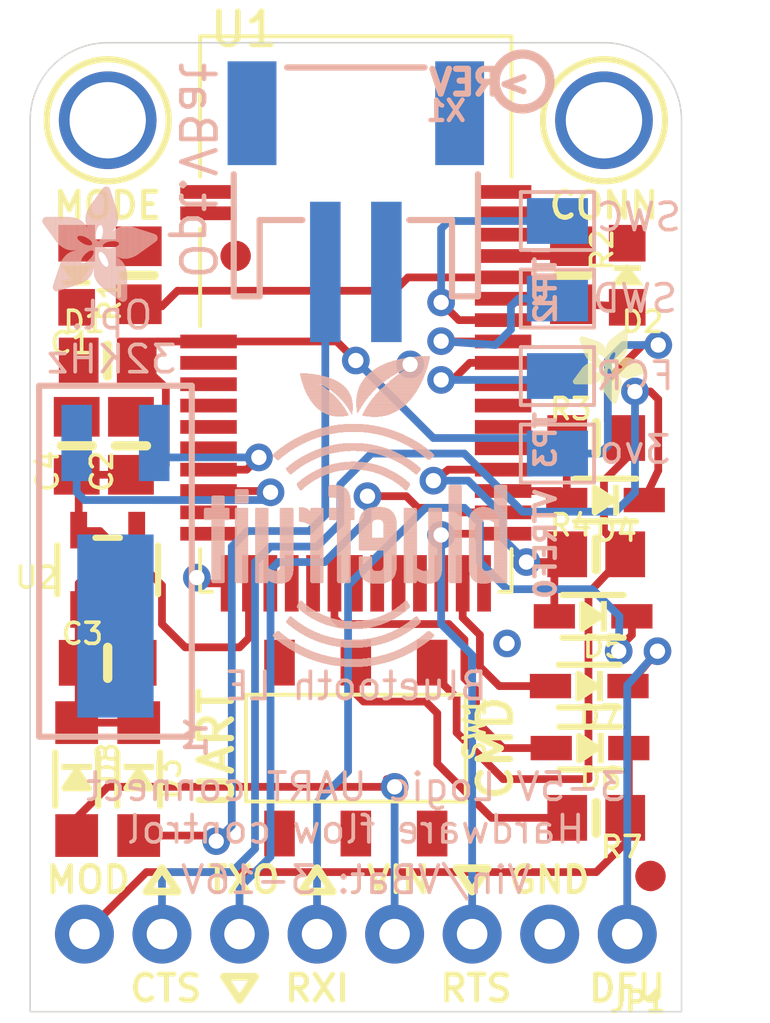
<source format=kicad_pcb>
(kicad_pcb (version 20211014) (generator pcbnew)
  (layers (0 "F.Cu" signal) (31 "B.Cu" signal) (34 "B.Paste" user) (35 "F.Paste" user) (36 "B.SilkS" user "B.Silkscreen") (37 "F.SilkS" user "F.Silkscreen") (38 "B.Mask" user) (39 "F.Mask" user) (44 "Edge.Cuts" user))
  (net 0 "")
  (net 1 "DCC")
  (net 2 "DEC2")
  (net 3 "SWCLK")
  (net 4 "SWDIO/RST_3V")
  (net 5 "GND")
  (net 6 "3.3V")
  (net 7 "VIN")
  (net 8 "CONNECTED_LED")
  (net 9 "N$5")
  (net 10 "N$6")
  (net 11 "DFU_3V")
  (net 12 "N$1")
  (net 13 "N$2")
  (net 14 "CTS_3V")
  (net 15 "RXD_3V")
  (net 16 "FCTRYRST_3V")
  (net 17 "RTS_O")
  (net 18 "TX_O")
  (net 19 "RXD_5V")
  (net 20 "CTS_5V")
  (net 21 "VBAT")
  (net 22 "MODE_LED")
  (net 23 "N$4")
  (net 24 "MODE_5V")
  (net 25 "DFU_5V")
  (net 26 "MODE_3V")
  (net 27 "N$3")
  (footprint "boardEagle:0805-NO" (layer "F.Cu") (at 156.3751 105.8926)
    (fp_text reference "R4" (at -1.5875 -0.9525) (layer "F.SilkS") (effects (font (size 0.692831 0.692831) (thickness 0.119969)) (justify left)))
    (fp_text value "100K")
    (pad "1" smd rect (at -0.95 0) (size 1.3 1.5) (layers "F.Cu" "F.Paste" "F.Mask") (net 15 "RXD_3V"))
    (pad "2" smd rect (at 0.95 0) (size 1.3 1.5) (layers "F.Cu" "F.Paste" "F.Mask") (net 6 "3.3V"))
  )
  (footprint "boardEagle:SOD-323" (layer "F.Cu") (at 156.1465 110.2106 180)
    (fp_text reference "D7" (at -1.1 -1) (layer "F.SilkS") (effects (font (size 0.692831 0.692831) (thickness 0.119969)) (justify right)))
    (fp_text value "1n4148")
    (pad "A" smd rect (at 1.27 0 180) (size 1.35 0.8) (layers "F.Cu" "F.Paste" "F.Mask") (net 11 "DFU_3V"))
    (pad "C" smd rect (at -1.27 0 180) (size 1.35 0.8) (layers "F.Cu" "F.Paste" "F.Mask") (net 25 "DFU_5V"))
  )
  (footprint "boardEagle:BLE_MODULE_RAYTAC_MDBT40" (layer "F.Cu") (at 148.5011 98.0186)
    (fp_text reference "U1" (at -4.866 -9.328) (layer "F.SilkS") (effects (font (size 1.082548 1.082548) (thickness 0.187452)) (justify left)))
    (fp_text value "")
    (pad "" np_thru_hole circle (at 2.2 -4.45) (size 0.9 0.9) (drill 0.9) (layers *.Cu *.Mask))
    (pad "1" smd rect (at -4.825 -4) (size 1.85 0.45) (layers "F.Cu" "F.Paste" "F.Mask") (net 5 "GND"))
    (pad "2" smd rect (at -4.825 -3.3) (size 1.85 0.45) (layers "F.Cu" "F.Paste" "F.Mask") (net 5 "GND"))
    (pad "3" smd rect (at -4.825 0.9) (size 1.85 0.45) (layers "F.Cu" "F.Paste" "F.Mask") (net 6 "3.3V"))
    (pad "4" smd rect (at -4.825 1.6) (size 1.85 0.45) (layers "F.Cu" "F.Paste" "F.Mask"))
    (pad "5" smd rect (at -4.825 2.3) (size 1.85 0.45) (layers "F.Cu" "F.Paste" "F.Mask"))
    (pad "6" smd rect (at -4.825 3) (size 1.85 0.45) (layers "F.Cu" "F.Paste" "F.Mask"))
    (pad "7" smd rect (at -4.825 3.7) (size 1.85 0.45) (layers "F.Cu" "F.Paste" "F.Mask"))
    (pad "8" smd rect (at -4.825 4.4) (size 1.85 0.45) (layers "F.Cu" "F.Paste" "F.Mask"))
    (pad "9" smd rect (at -4.825 5.1) (size 1.85 0.45) (layers "F.Cu" "F.Paste" "F.Mask") (net 12 "N$1"))
    (pad "10" smd rect (at -4.825 5.8) (size 1.85 0.45) (layers "F.Cu" "F.Paste" "F.Mask") (net 13 "N$2"))
    (pad "11" smd rect (at -4.825 6.5) (size 1.85 0.45) (layers "F.Cu" "F.Paste" "F.Mask"))
    (pad "12" smd rect (at -4.825 7.2) (size 1.85 0.45) (layers "F.Cu" "F.Paste" "F.Mask"))
    (pad "13" smd rect (at -4.2 8.825 90) (size 1.85 0.45) (layers "F.Cu" "F.Paste" "F.Mask") (net 5 "GND"))
    (pad "14" smd rect (at -3.5 8.825 90) (size 1.85 0.45) (layers "F.Cu" "F.Paste" "F.Mask") (net 6 "3.3V"))
    (pad "15" smd rect (at -2.8 8.825 90) (size 1.85 0.45) (layers "F.Cu" "F.Paste" "F.Mask") (net 1 "DCC"))
    (pad "16" smd rect (at -2.1 8.825 90) (size 1.85 0.45) (layers "F.Cu" "F.Paste" "F.Mask") (net 5 "GND"))
    (pad "17" smd rect (at -1.4 8.825 90) (size 1.85 0.45) (layers "F.Cu" "F.Paste" "F.Mask"))
    (pad "18" smd rect (at -0.7 8.825 90) (size 1.85 0.45) (layers "F.Cu" "F.Paste" "F.Mask") (net 26 "MODE_3V"))
    (pad "19" smd rect (at 0 8.825 90) (size 1.85 0.45) (layers "F.Cu" "F.Paste" "F.Mask"))
    (pad "20" smd rect (at 0.7 8.825 90) (size 1.85 0.45) (layers "F.Cu" "F.Paste" "F.Mask"))
    (pad "21" smd rect (at 1.4 8.825 90) (size 1.85 0.45) (layers "F.Cu" "F.Paste" "F.Mask"))
    (pad "22" smd rect (at 2.1 8.825 90) (size 1.85 0.45) (layers "F.Cu" "F.Paste" "F.Mask"))
    (pad "23" smd rect (at 2.8 8.825 90) (size 1.85 0.45) (layers "F.Cu" "F.Paste" "F.Mask"))
    (pad "24" smd rect (at 3.5 8.825 90) (size 1.85 0.45) (layers "F.Cu" "F.Paste" "F.Mask") (net 11 "DFU_3V"))
    (pad "25" smd rect (at 4.2 8.825 90) (size 1.85 0.45) (layers "F.Cu" "F.Paste" "F.Mask") (net 5 "GND"))
    (pad "26" smd rect (at 4.825 7.2) (size 1.85 0.45) (layers "F.Cu" "F.Paste" "F.Mask") (net 17 "RTS_O"))
    (pad "27" smd rect (at 4.825 6.5) (size 1.85 0.45) (layers "F.Cu" "F.Paste" "F.Mask") (net 18 "TX_O"))
    (pad "28" smd rect (at 4.825 5.8) (size 1.85 0.45) (layers "F.Cu" "F.Paste" "F.Mask") (net 14 "CTS_3V"))
    (pad "29" smd rect (at 4.825 5.1) (size 1.85 0.45) (layers "F.Cu" "F.Paste" "F.Mask") (net 15 "RXD_3V"))
    (pad "30" smd rect (at 4.825 4.4) (size 1.85 0.45) (layers "F.Cu" "F.Paste" "F.Mask"))
    (pad "31" smd rect (at 4.825 3.7) (size 1.85 0.45) (layers "F.Cu" "F.Paste" "F.Mask"))
    (pad "32" smd rect (at 4.825 3) (size 1.85 0.45) (layers "F.Cu" "F.Paste" "F.Mask"))
    (pad "33" smd rect (at 4.825 2.3) (size 1.85 0.45) (layers "F.Cu" "F.Paste" "F.Mask"))
    (pad "34" smd rect (at 4.825 1.6) (size 1.85 0.45) (layers "F.Cu" "F.Paste" "F.Mask") (net 16 "FCTRYRST_3V"))
    (pad "35" smd rect (at 4.825 0.9) (size 1.85 0.45) (layers "F.Cu" "F.Paste" "F.Mask") (net 4 "SWDIO/RST_3V"))
    (pad "36" smd rect (at 4.825 0.2) (size 1.85 0.45) (layers "F.Cu" "F.Paste" "F.Mask") (net 3 "SWCLK"))
    (pad "37" smd rect (at 4.825 -0.5) (size 1.85 0.45) (layers "F.Cu" "F.Paste" "F.Mask"))
    (pad "38" smd rect (at 4.825 -1.2) (size 1.85 0.45) (layers "F.Cu" "F.Paste" "F.Mask") (net 22 "MODE_LED"))
    (pad "39" smd rect (at 4.825 -1.9) (size 1.85 0.45) (layers "F.Cu" "F.Paste" "F.Mask") (net 8 "CONNECTED_LED"))
    (pad "40" smd rect (at 4.825 -2.6) (size 1.85 0.45) (layers "F.Cu" "F.Paste" "F.Mask"))
    (pad "41" smd rect (at 4.825 -3.3) (size 1.85 0.45) (layers "F.Cu" "F.Paste" "F.Mask") (net 2 "DEC2"))
    (pad "42" smd rect (at 4.825 -4) (size 1.85 0.45) (layers "F.Cu" "F.Paste" "F.Mask") (net 5 "GND"))
  )
  (footprint "boardEagle:SOT23-5" (layer "F.Cu") (at 140.3731 106.4006)
    (fp_text reference "U2" (at -3.102 0.254) (layer "F.SilkS") (effects (font (size 0.692831 0.692831) (thickness 0.119969)) (justify left)))
    (fp_text value "MIC5225-3.3")
    (pad "1" smd rect (at -0.95 1.3001) (size 0.55 1.2) (layers "F.Cu" "F.Paste" "F.Mask") (net 27 "N$3"))
    (pad "2" smd rect (at 0 1.3001) (size 0.55 1.2) (layers "F.Cu" "F.Paste" "F.Mask") (net 5 "GND"))
    (pad "3" smd rect (at 0.95 1.3001) (size 0.55 1.2) (layers "F.Cu" "F.Paste" "F.Mask") (net 27 "N$3"))
    (pad "4" smd rect (at 0.95 -1.3001) (size 0.55 1.2) (layers "F.Cu" "F.Paste" "F.Mask"))
    (pad "5" smd rect (at -0.95 -1.3001) (size 0.55 1.2) (layers "F.Cu" "F.Paste" "F.Mask") (net 6 "3.3V"))
  )
  (footprint "boardEagle:SOD-123" (layer "F.Cu") (at 139.3571 113.2586 -90)
    (fp_text reference "D8" (at -1.27 -1.016 90) (layer "F.SilkS") (effects (font (size 0.692831 0.692831) (thickness 0.119969)) (justify right)))
    (fp_text value "MBR120")
    (pad "A" smd rect (at 1.85 0) (size 1.4 1.4) (layers "F.Cu" "F.Paste" "F.Mask") (net 7 "VIN"))
    (pad "C" smd rect (at -1.85 0) (size 1.4 1.4) (layers "F.Cu" "F.Paste" "F.Mask") (net 27 "N$3"))
  )
  (footprint "boardEagle:SOD-123" (layer "F.Cu") (at 141.3891 113.2586 -90)
    (fp_text reference "D3" (at -0.762 -1.016 90) (layer "F.SilkS") (effects (font (size 0.692831 0.692831) (thickness 0.119969)) (justify right)))
    (fp_text value "MBR120")
    (pad "A" smd rect (at 1.85 0) (size 1.4 1.4) (layers "F.Cu" "F.Paste" "F.Mask") (net 21 "VBAT"))
    (pad "C" smd rect (at -1.85 0) (size 1.4 1.4) (layers "F.Cu" "F.Paste" "F.Mask") (net 27 "N$3"))
  )
  (footprint "boardEagle:CHIPLED_0805_NOOUTLINE" (layer "F.Cu") (at 139.3571 96.7486 180)
    (fp_text reference "D1" (at 0.508 -1.524) (layer "F.SilkS") (effects (font (size 0.692831 0.692831) (thickness 0.119969)) (justify left)))
    (fp_text value "RED")
    (pad "A" smd rect (at 0 1.05 180) (size 1.2 1.2) (layers "F.Cu" "F.Paste" "F.Mask") (net 9 "N$5"))
    (pad "C" smd rect (at 0 -1.05 180) (size 1.2 1.2) (layers "F.Cu" "F.Paste" "F.Mask") (net 5 "GND"))
  )
  (footprint "boardEagle:MOUNTINGHOLE_2.5_PLATED" (layer "F.Cu") (at 156.6291 91.6686)
    (fp_text reference "U$28" hide)
    (fp_text value "MOUNTINGHOLE2.5" hide)
    (pad "P$1" thru_hole circle (at 0 0) (size 3.2 3.2) (drill 2.5) (layers *.Cu *.Mask))
  )
  (footprint "boardEagle:0805-NO" (layer "F.Cu") (at 156.3751 102.0826)
    (fp_text reference "R3" (at -1.5875 -0.9525) (layer "F.SilkS") (effects (font (size 0.692831 0.692831) (thickness 0.119969)) (justify left)))
    (fp_text value "100K")
    (pad "1" smd rect (at -0.95 0) (size 1.3 1.5) (layers "F.Cu" "F.Paste" "F.Mask") (net 14 "CTS_3V"))
    (pad "2" smd rect (at 0.95 0) (size 1.3 1.5) (layers "F.Cu" "F.Paste" "F.Mask") (net 6 "3.3V"))
  )
  (footprint "boardEagle:FIDUCIAL_1MM" (layer "F.Cu") (at 144.5641 96.1136)
    (fp_text reference "FID2" hide)
    (fp_text value "FIDUCIAL\"\"" hide)
    (pad "1" smd roundrect (at 0 0) (size 1 1) (layers "F.Cu" "F.Mask") (roundrect_rratio 0.5))
  )
  (footprint "boardEagle:0805-NO" (layer "F.Cu") (at 141.3891 96.7486 90)
    (fp_text reference "R1" (at -1.5875 -0.9525 90) (layer "F.SilkS") (effects (font (size 0.692831 0.692831) (thickness 0.119969)) (justify left)))
    (fp_text value "1K")
    (pad "1" smd rect (at -0.95 0 90) (size 1.3 1.5) (layers "F.Cu" "F.Paste" "F.Mask") (net 22 "MODE_LED"))
    (pad "2" smd rect (at 0.95 0 90) (size 1.3 1.5) (layers "F.Cu" "F.Paste" "F.Mask") (net 9 "N$5"))
  )
  (footprint "boardEagle:CHIPLED_0805_NOOUTLINE" (layer "F.Cu") (at 157.3911 96.7486)
    (fp_text reference "D2" (at -0.254 1.524) (layer "F.SilkS") (effects (font (size 0.692831 0.692831) (thickness 0.119969)) (justify left)))
    (fp_text value "GREEN")
    (pad "A" smd rect (at 0 1.05) (size 1.2 1.2) (layers "F.Cu" "F.Paste" "F.Mask") (net 10 "N$6"))
    (pad "C" smd rect (at 0 -1.05) (size 1.2 1.2) (layers "F.Cu" "F.Paste" "F.Mask") (net 5 "GND"))
  )
  (footprint "boardEagle:EG1390" (layer "F.Cu") (at 148.5011 112.2426 180)
    (fp_text reference "SW1" (at -3.886 1.764 90) (layer "F.SilkS") (effects (font (size 0.692831 0.692831) (thickness 0.119969)) (justify right)))
    (fp_text value "EG1319")
    (pad "" np_thru_hole circle (at 1.5 0 180) (size 1 1) (drill 1) (layers *.Cu *.Mask))
    (pad "" np_thru_hole circle (at -1.5 0 180) (size 1 1) (drill 1) (layers *.Cu *.Mask))
    (pad "O1" smd rect (at -2.5 -2.8 180) (size 1 1.5) (layers "F.Cu" "F.Paste" "F.Mask"))
    (pad "O2" smd rect (at -2.5 2.8 180) (size 1 1.5) (layers "F.Cu" "F.Paste" "F.Mask") (net 6 "3.3V"))
    (pad "P1" smd rect (at 0 -2.8 180) (size 1 1.5) (layers "F.Cu" "F.Paste" "F.Mask"))
    (pad "P2" smd rect (at 0 2.8 180) (size 1 1.5) (layers "F.Cu" "F.Paste" "F.Mask") (net 23 "N$4"))
    (pad "S1" smd rect (at 2.5 -2.8 180) (size 1 1.5) (layers "F.Cu" "F.Paste" "F.Mask"))
    (pad "S2" smd rect (at 2.5 2.8 180) (size 1 1.5) (layers "F.Cu" "F.Paste" "F.Mask") (net 5 "GND"))
  )
  (footprint "boardEagle:1X08_ROUND_76" (layer "F.Cu") (at 148.5011 118.3386 180)
    (fp_text reference "JP1" (at -10.2362 -1.8288 180) (layer "F.SilkS") (effects (font (size 0.666496 0.666496) (thickness 0.146304)) (justify right top)))
    (fp_text value "")
    (pad "1" thru_hole circle (at -8.89 0 270) (size 1.9304 1.9304) (drill 1) (layers *.Cu *.Mask) (net 25 "DFU_5V"))
    (pad "2" thru_hole circle (at -6.35 0 270) (size 1.9304 1.9304) (drill 1) (layers *.Cu *.Mask) (net 5 "GND"))
    (pad "3" thru_hole circle (at -3.81 0 270) (size 1.9304 1.9304) (drill 1) (layers *.Cu *.Mask) (net 17 "RTS_O"))
    (pad "4" thru_hole circle (at -1.27 0 270) (size 1.9304 1.9304) (drill 1) (layers *.Cu *.Mask) (net 7 "VIN"))
    (pad "5" thru_hole circle (at 1.27 0 270) (size 1.9304 1.9304) (drill 1) (layers *.Cu *.Mask) (net 19 "RXD_5V"))
    (pad "6" thru_hole circle (at 3.81 0 270) (size 1.9304 1.9304) (drill 1) (layers *.Cu *.Mask) (net 18 "TX_O"))
    (pad "7" thru_hole circle (at 6.35 0 270) (size 1.9304 1.9304) (drill 1) (layers *.Cu *.Mask) (net 20 "CTS_5V"))
    (pad "8" thru_hole circle (at 8.89 0 270) (size 1.9304 1.9304) (drill 1) (layers *.Cu *.Mask) (net 24 "MODE_5V"))
  )
  (footprint "boardEagle:MOUNTINGHOLE_2.5_PLATED" (layer "F.Cu") (at 140.3731 91.6686)
    (fp_text reference "U$29" hide)
    (fp_text value "MOUNTINGHOLE2.5" hide)
    (pad "P$1" thru_hole circle (at 0 0) (size 3.2 3.2) (drill 2.5) (layers *.Cu *.Mask))
  )
  (footprint "boardEagle:SOD-323" (layer "F.Cu") (at 156.1719 112.2426 180)
    (fp_text reference "D6" (at -1.1 -1) (layer "F.SilkS") (effects (font (size 0.692831 0.692831) (thickness 0.119969)) (justify right)))
    (fp_text value "1n4148")
    (pad "A" smd rect (at 1.27 0 180) (size 1.35 0.8) (layers "F.Cu" "F.Paste" "F.Mask") (net 26 "MODE_3V"))
    (pad "C" smd rect (at -1.27 0 180) (size 1.35 0.8) (layers "F.Cu" "F.Paste" "F.Mask") (net 24 "MODE_5V"))
  )
  (footprint "boardEagle:0805-NO" (layer "F.Cu") (at 139.3571 102.3366 90)
    (fp_text reference "C4" (at -1.5875 -0.9525 90) (layer "F.SilkS") (effects (font (size 0.692831 0.692831) (thickness 0.119969)) (justify left)))
    (fp_text value "10uF")
    (pad "1" smd rect (at -0.95 0 90) (size 1.3 1.5) (layers "F.Cu" "F.Paste" "F.Mask") (net 6 "3.3V"))
    (pad "2" smd rect (at 0.95 0 90) (size 1.3 1.5) (layers "F.Cu" "F.Paste" "F.Mask") (net 5 "GND"))
  )
  (footprint "boardEagle:FIDUCIAL_1MM" (layer "F.Cu") (at 158.1531 116.4336)
    (fp_text reference "FID1" hide)
    (fp_text value "FIDUCIAL\"\"" hide)
    (pad "1" smd roundrect (at 0 0) (size 1 1) (layers "F.Cu" "F.Mask") (roundrect_rratio 0.5))
  )
  (footprint "boardEagle:0805-NO" (layer "F.Cu") (at 141.1351 102.3366 90)
    (fp_text reference "C2" (at -1.5875 -0.9525 90) (layer "F.SilkS") (effects (font (size 0.692831 0.692831) (thickness 0.119969)) (justify left)))
    (fp_text value "1uF")
    (pad "1" smd rect (at -0.95 0 90) (size 1.3 1.5) (layers "F.Cu" "F.Paste" "F.Mask") (net 6 "3.3V"))
    (pad "2" smd rect (at 0.95 0 90) (size 1.3 1.5) (layers "F.Cu" "F.Paste" "F.Mask") (net 5 "GND"))
  )
  (footprint "boardEagle:ADAFRUIT_2.5MM" (layer "F.Cu") (at 155.6131 98.5266 -90)
    (fp_text reference "U$26" hide)
    (fp_text value "" hide)
  )
  (footprint "boardEagle:0805-NO" (layer "F.Cu") (at 155.6131 96.7486 -90)
    (fp_text reference "R2" (at -1.5875 -0.9525 90) (layer "F.SilkS") (effects (font (size 0.692831 0.692831) (thickness 0.119969)) (justify right)))
    (fp_text value "1K")
    (pad "1" smd rect (at -0.95 0 270) (size 1.3 1.5) (layers "F.Cu" "F.Paste" "F.Mask") (net 8 "CONNECTED_LED"))
    (pad "2" smd rect (at 0.95 0 270) (size 1.3 1.5) (layers "F.Cu" "F.Paste" "F.Mask") (net 10 "N$6"))
  )
  (footprint "boardEagle:0805-NO" (layer "F.Cu") (at 140.3731 109.4486)
    (fp_text reference "C3" (at -1.5875 -0.9525) (layer "F.SilkS") (effects (font (size 0.692831 0.692831) (thickness 0.119969)) (justify left)))
    (fp_text value "10uF")
    (pad "1" smd rect (at -0.95 0) (size 1.3 1.5) (layers "F.Cu" "F.Paste" "F.Mask") (net 27 "N$3"))
    (pad "2" smd rect (at 0.95 0) (size 1.3 1.5) (layers "F.Cu" "F.Paste" "F.Mask") (net 5 "GND"))
  )
  (footprint "boardEagle:SOD-323" (layer "F.Cu") (at 156.2735 107.9246 180)
    (fp_text reference "D5" (at -1.1 -1) (layer "F.SilkS") (effects (font (size 0.692831 0.692831) (thickness 0.119969)) (justify right)))
    (fp_text value "1n4148")
    (pad "A" smd rect (at 1.27 0 180) (size 1.35 0.8) (layers "F.Cu" "F.Paste" "F.Mask") (net 15 "RXD_3V"))
    (pad "C" smd rect (at -1.27 0 180) (size 1.35 0.8) (layers "F.Cu" "F.Paste" "F.Mask") (net 19 "RXD_5V"))
  )
  (footprint "boardEagle:SOD-323" (layer "F.Cu") (at 156.6799 104.1146 180)
    (fp_text reference "D4" (at -1.1 -1) (layer "F.SilkS") (effects (font (size 0.692831 0.692831) (thickness 0.119969)) (justify right)))
    (fp_text value "1n4148")
    (pad "A" smd rect (at 1.27 0 180) (size 1.35 0.8) (layers "F.Cu" "F.Paste" "F.Mask") (net 14 "CTS_3V"))
    (pad "C" smd rect (at -1.27 0 180) (size 1.35 0.8) (layers "F.Cu" "F.Paste" "F.Mask") (net 20 "CTS_5V"))
  )
  (footprint "boardEagle:0805-NO" (layer "F.Cu") (at 140.3731 99.5426 180)
    (fp_text reference "C1" (at 0.4445 0.5715) (layer "F.SilkS") (effects (font (size 0.692831 0.692831) (thickness 0.119969)) (justify right)))
    (fp_text value "1uF")
    (pad "1" smd rect (at -0.95 0 180) (size 1.3 1.5) (layers "F.Cu" "F.Paste" "F.Mask") (net 6 "3.3V"))
    (pad "2" smd rect (at 0.95 0 180) (size 1.3 1.5) (layers "F.Cu" "F.Paste" "F.Mask") (net 5 "GND"))
  )
  (footprint "boardEagle:0805-NO" (layer "F.Cu") (at 156.3751 114.5286 180)
    (fp_text reference "R7" (at -1.5875 -0.9525) (layer "F.SilkS") (effects (font (size 0.692831 0.692831) (thickness 0.119969)) (justify right)))
    (fp_text value "2K")
    (pad "1" smd rect (at -0.95 0 180) (size 1.3 1.5) (layers "F.Cu" "F.Paste" "F.Mask") (net 24 "MODE_5V"))
    (pad "2" smd rect (at 0.95 0 180) (size 1.3 1.5) (layers "F.Cu" "F.Paste" "F.Mask") (net 23 "N$4"))
  )
  (footprint "boardEagle:ADAFRUIT_3.5MM" (layer "B.Cu") (at 138.2141 97.6376 90)
    (fp_text reference "U$25" hide)
    (fp_text value "" hide)
  )
  (footprint "boardEagle:PAD-1.5X2.0" (layer "B.Cu") (at 155.1051 97.5106 90)
    (fp_text reference "TP2" (at 1.1 0 270) (layer "B.SilkS") (effects (font (size 0.666496 0.666496) (thickness 0.146304)) (justify left bottom mirror)))
    (fp_text value "SWDIO")
    (pad "P$1" smd rect (at 0 0 90) (size 1.5 2) (layers "B.Cu" "B.Mask") (net 4 "SWDIO/RST_3V"))
  )
  (footprint "boardEagle:BLUEFRUITLOGO_100MM" (layer "B.Cu") (at 153.4541 109.5756 180)
    (fp_text reference "U$9" hide)
    (fp_text value "" hide)
  )
  (footprint "boardEagle:CRYSTAL_CYL_2X6MM_SMT" (layer "B.Cu") (at 140.6271 104.3686 90)
    (fp_text reference "Y1" (at -6.85 3.04 270) (layer "B.SilkS") (effects (font (size 0.666496 0.666496) (thickness 0.146304)) (justify left bottom mirror)))
    (fp_text value "32.768kHz (535-9166-2-ND)")
    (pad "1" smd rect (at 2.125 1.27 90) (size 2.5 1) (layers "B.Cu" "B.Paste" "B.Mask") (net 12 "N$1"))
    (pad "2" smd rect (at 2.125 -1.27 90) (size 2.5 1) (layers "B.Cu" "B.Paste" "B.Mask") (net 13 "N$2"))
    (pad "CYLINDER" smd rect (at -3.875 0 90) (size 6 2.5) (layers "B.Cu" "B.Paste" "B.Mask"))
  )
  (footprint "boardEagle:PAD-1.5X2.0" (layer "B.Cu") (at 155.1051 94.9706 -90)
    (fp_text reference "TP1" (at 1.1 0 90) (layer "B.SilkS") (effects (font (size 0.666496 0.666496) (thickness 0.146304)) (justify left bottom mirror)))
    (fp_text value "SWCLK")
    (pad "P$1" smd rect (at 0 0 270) (size 1.5 2) (layers "B.Cu" "B.Mask") (net 3 "SWCLK"))
  )
  (footprint "boardEagle:JSTPH2" (layer "B.Cu") (at 148.5011 92.9386 180)
    (fp_text reference "X1" (at -2.2225 1.9685) (layer "B.SilkS") (effects (font (size 0.666496 0.666496) (thickness 0.146304)) (justify right top mirror)))
    (fp_text value "JST 2PH")
    (pad "1" smd rect (at -1 -3.7 180) (size 1 4.6) (layers "B.Cu" "B.Paste" "B.Mask") (net 5 "GND"))
    (pad "2" smd rect (at 1 -3.7 180) (size 1 4.6) (layers "B.Cu" "B.Paste" "B.Mask") (net 21 "VBAT"))
    (pad "NC1" smd rect (at -3.4 1.5 90) (size 3.4 1.6) (layers "B.Cu" "B.Paste" "B.Mask"))
    (pad "NC2" smd rect (at 3.4 1.5 90) (size 3.4 1.6) (layers "B.Cu" "B.Paste" "B.Mask"))
  )
  (footprint "boardEagle:PAD-1.5X2.0" (layer "B.Cu") (at 155.1051 100.0506 -90)
    (fp_text reference "TP3" (at 1.1 0 90) (layer "B.SilkS") (effects (font (size 0.666496 0.666496) (thickness 0.146304)) (justify left bottom mirror)))
    (fp_text value "FCTRST")
    (pad "P$1" smd rect (at 0 0 270) (size 1.5 2) (layers "B.Cu" "B.Mask") (net 16 "FCTRYRST_3V"))
  )
  (footprint "boardEagle:PAD-1.5X2.0" (layer "B.Cu") (at 155.1051 102.5906 -90)
    (fp_text reference "VTREF0" (at 1.1 0 90) (layer "B.SilkS") (effects (font (size 0.666496 0.666496) (thickness 0.146304)) (justify left bottom mirror)))
    (fp_text value "FCTRST")
    (pad "P$1" smd rect (at 0 0 270) (size 1.5 2) (layers "B.Cu" "B.Mask") (net 6 "3.3V"))
  )
  (footprint "boardEagle:PCBFEAT-REV-040" (layer "B.Cu") (at 153.9621 90.3986 180)
    (fp_text reference "U$24" hide)
    (fp_text value "" hide)
    (fp_text user ">REV" (at -0.3556 -0.508) (layer "B.SilkS") (effects (font (size 0.8128 0.8128) (thickness 0.2032)) (justify left bottom mirror)))
  )
  (gr_line (start 141.6431 116.9416) (end 142.1511 116.1796) (layer "F.SilkS") (width 0.254))
  (gr_line (start 142.1511 116.1796) (end 142.6591 116.9416) (layer "F.SilkS") (width 0.254))
  (gr_line (start 152.8191 116.1796) (end 152.3111 116.9416) (layer "F.SilkS") (width 0.254))
  (gr_line (start 144.1831 119.7356) (end 145.1991 119.7356) (layer "F.SilkS") (width 0.254))
  (gr_line (start 151.8031 116.1796) (end 152.8191 116.1796) (layer "F.SilkS") (width 0.254))
  (gr_line (start 146.7231 116.9416) (end 147.2311 116.1796) (layer "F.SilkS") (width 0.254))
  (gr_line (start 145.1991 119.7356) (end 144.6911 120.4976) (layer "F.SilkS") (width 0.254))
  (gr_line (start 147.7391 116.9416) (end 146.7231 116.9416) (layer "F.SilkS") (width 0.254))
  (gr_line (start 152.3111 116.9416) (end 151.8031 116.1796) (layer "F.SilkS") (width 0.254))
  (gr_line (start 147.2311 116.1796) (end 147.7391 116.9416) (layer "F.SilkS") (width 0.254))
  (gr_line (start 144.6911 120.4976) (end 144.1831 119.7356) (layer "F.SilkS") (width 0.254))
  (gr_line (start 142.6591 116.9416) (end 141.6431 116.9416) (layer "F.SilkS") (width 0.254))
  (gr_line (start 137.8331 120.8786) (end 137.8331 91.6686) (layer "Edge.Cuts") (width 0.05))
  (gr_line (start 140.3731 89.1286) (end 156.6291 89.1286) (layer "Edge.Cuts") (width 0.05))
  (gr_arc (start 137.8331 91.6686) (mid 138.577049 89.872549) (end 140.3731 89.1286) (layer "Edge.Cuts") (width 0.05))
  (gr_line (start 159.1691 91.6686) (end 159.1691 120.8786) (layer "Edge.Cuts") (width 0.05))
  (gr_arc (start 156.6291 89.1286) (mid 158.425151 89.872549) (end 159.1691 91.6686) (layer "Edge.Cuts") (width 0.05))
  (gr_line (start 159.1691 120.8786) (end 137.8331 120.8786) (layer "Edge.Cuts") (width 0.05))
  (gr_text "SWC" (at 157.7721 94.8436) (layer "B.SilkS") (effects (font (size 0.89408 0.89408) (thickness 0.12192)) (justify mirror)))
  (gr_text "FCR" (at 157.6451 100.0506) (layer "B.SilkS") (effects (font (size 0.89408 0.89408) (thickness 0.12192)) (justify mirror)))
  (gr_text "3-5V Logic UART connect" (at 148.5011 113.5126) (layer "B.SilkS") (effects (font (size 0.89408 0.89408) (thickness 0.12192)) (justify mirror)))
  (gr_text "Hardware flow control" (at 148.5011 114.9096) (layer "B.SilkS") (effects (font (size 0.89408 0.89408) (thickness 0.12192)) (justify mirror)))
  (gr_text "SWD" (at 157.6451 97.5106) (layer "B.SilkS") (effects (font (size 0.89408 0.89408) (thickness 0.12192)) (justify mirror)))
  (gr_text "Opt.\n32KHz" (at 140.5001 98.7806) (layer "B.SilkS") (effects (font (size 0.89408 0.89408) (thickness 0.12192)) (justify mirror)))
  (gr_text "Vin/VBat: 3-16V" (at 148.5011 116.5606) (layer "B.SilkS") (effects (font (size 0.89408 0.89408) (thickness 0.12192)) (justify mirror)))
  (gr_text "Opt.VBat" (at 143.2941 93.3196 -90) (layer "B.SilkS") (effects (font (size 1.1176 1.1176) (thickness 0.1524)) (justify mirror)))
  (gr_text "Bluetooth LE" (at 148.5011 110.2106) (layer "B.SilkS") (effects (font (size 0.89408 0.89408) (thickness 0.12192)) (justify mirror)))
  (gr_text "3vo" (at 157.6451 102.4636) (layer "B.SilkS") (effects (font (size 0.89408 0.89408) (thickness 0.12192)) (justify mirror)))
  (gr_text "CMD" (at 153.0731 112.2426 90) (layer "F.SilkS") (effects (font (size 1.0668 1.0668) (thickness 0.2032))))
  (gr_text "RTS" (at 152.4381 120.1166) (layer "F.SilkS") (effects (font (size 0.85344 0.85344) (thickness 0.16256))))
  (gr_text "CONN" (at 156.6291 94.4626) (layer "F.SilkS") (effects (font (size 0.85344 0.85344) (thickness 0.16256))))
  (gr_text "DFU" (at 157.3911 120.1166) (layer "F.SilkS") (effects (font (size 0.85344 0.85344) (thickness 0.16256))))
  (gr_text "VIN" (at 149.8981 116.5606) (layer "F.SilkS") (effects (font (size 0.85344 0.85344) (thickness 0.16256))))
  (gr_text "MODE" (at 140.3731 94.4626) (layer "F.SilkS") (effects (font (size 0.85344 0.85344) (thickness 0.16256))))
  (gr_text "MOD" (at 139.7381 116.5606) (layer "F.SilkS") (effects (font (size 0.85344 0.85344) (thickness 0.16256))))
  (gr_text "GND" (at 154.8511 116.5606) (layer "F.SilkS") (effects (font (size 0.85344 0.85344) (thickness 0.16256))))
  (gr_text "UART" (at 143.9291 112.2426 90) (layer "F.SilkS") (effects (font (size 1.0668 1.0668) (thickness 0.2032))))
  (gr_text "RXI" (at 147.2311 120.1166) (layer "F.SilkS") (effects (font (size 0.85344 0.85344) (thickness 0.16256))))
  (gr_text "TXO" (at 144.8181 116.5606) (layer "F.SilkS") (effects (font (size 0.85344 0.85344) (thickness 0.16256))))
  (gr_text "CTS" (at 142.2781 120.1166) (layer "F.SilkS") (effects (font (size 0.85344 0.85344) (thickness 0.16256))))
  (segment (start 153.3261 98.2186) (end 151.8761 98.2186) (width 0.254) (layer "F.Cu") (net 3))
  (segment (start 151.8761 98.2186) (end 151.2951 97.6376) (width 0.254) (layer "F.Cu") (net 3))
  (via (at 151.2951 97.6376) (size 0.9064) (drill 0.5) (layers "F.Cu" "B.Cu") (net 3))
  (segment (start 155.1051 94.9706) (end 151.5491 94.9706) (width 0.254) (layer "B.Cu") (net 3))
  (segment (start 151.2951 95.2246) (end 151.2951 97.6376) (width 0.254) (layer "B.Cu") (net 3))
  (segment (start 151.5491 94.9706) (end 151.2951 95.2246) (width 0.254) (layer "B.Cu") (net 3))
  (segment (start 153.3261 98.9186) (end 151.4111 98.9186) (width 0.254) (layer "F.Cu") (net 4))
  (segment (start 151.4111 98.9186) (end 151.2951 98.9076) (width 0.254) (layer "F.Cu") (net 4))
  (via (at 151.2951 98.9076) (size 0.9064) (drill 0.5) (layers "F.Cu" "B.Cu") (net 4))
  (segment (start 153.8351 97.5106) (end 155.1051 97.5106) (width 0.254) (layer "B.Cu") (net 4))
  (segment (start 153.5811 97.7646) (end 153.8351 97.5106) (width 0.254) (layer "B.Cu") (net 4))
  (segment (start 153.5811 98.5266) (end 153.5811 97.7646) (width 0.254) (layer "B.Cu") (net 4))
  (segment (start 151.2951 98.9076) (end 153.0731 99.0346) (width 0.254) (layer "B.Cu") (net 4))
  (segment (start 153.0731 99.0346) (end 153.5811 98.5266) (width 0.254) (layer "B.Cu") (net 4))
  (segment (start 144.3011 106.8436) (end 143.4831 106.8436) (width 0.254) (layer "F.Cu") (net 5))
  (segment (start 140.3731 108.1786) (end 141.1351 108.9406) (width 0.254) (layer "F.Cu") (net 5))
  (segment (start 141.1351 108.9406) (end 141.1351 109.2606) (width 0.254) (layer "F.Cu") (net 5))
  (segment (start 140.3731 107.7007) (end 140.3731 108.1786) (width 0.254) (layer "F.Cu") (net 5))
  (segment (start 143.4831 106.8436) (end 143.2941 106.6546) (width 0.254) (layer "F.Cu") (net 5))
  (segment (start 141.1351 109.2606) (end 141.3231 109.4486) (width 0.254) (layer "F.Cu") (net 5))
  (via (at 150.2791 99.6696) (size 0.9064) (drill 0.5) (layers "F.Cu" "B.Cu") (net 5))
  (via (at 153.4541 108.8136) (size 0.9064) (drill 0.5) (layers "F.Cu" "B.Cu") (net 5))
  (via (at 143.2941 106.6546) (size 0.9064) (drill 0.5) (layers "F.Cu" "B.Cu") (net 5))
  (segment (start 156.1211 113.2586) (end 153.3271 113.2586) (width 0.254) (layer "F.Cu") (net 6))
  (segment (start 142.1511 108.1786) (end 142.1511 106.9086) (width 0.254) (layer "F.Cu") (net 6))
  (segment (start 157.3251 102.7836) (end 157.3251 102.0826) (width 0.254) (layer "F.Cu") (net 6))
  (segment (start 156.1211 107.1626) (end 156.1211 113.2586) (width 0.254) (layer "F.Cu") (net 6))
  (segment (start 141.1351 103.2866) (end 139.3571 103.2866) (width 0.254) (layer "F.Cu") (net 6))
  (segment (start 156.7561 100.1776) (end 157.8991 99.0346) (width 0.254) (layer "F.Cu") (net 6))
  (segment (start 139.4532 105.1306) (end 139.4231 105.1005) (width 0.254) (layer "F.Cu") (net 6))
  (segment (start 140.1191 105.1306) (end 139.4532 105.1306) (width 0.254) (layer "F.Cu") (net 6))
  (segment (start 156.1211 107.1626) (end 156.2481 107.0356) (width 0.254) (layer "F.Cu") (net 6))
  (segment (start 156.2481 107.0356) (end 157.3251 105.8926) (width 0.254) (layer "F.Cu") (net 6))
  (segment (start 156.6291 105.1306) (end 157.3251 105.8926) (width 0.254) (layer "F.Cu") (net 6))
  (segment (start 141.3891 106.1466) (end 140.6271 106.1466) (width 0.254) (layer "F.Cu") (net 6))
  (segment (start 142.1511 106.9086) (end 141.3891 106.1466) (width 0.254) (layer "F.Cu") (net 6))
  (segment (start 150.9951 109.8296) (end 151.0011 109.4426) (width 0.254) (layer "F.Cu") (net 6))
  (segment (start 139.4231 105.1005) (end 139.4231 103.4186) (width 0.254) (layer "F.Cu") (net 6))
  (segment (start 151.8031 110.5916) (end 151.1681 109.9566) (width 0.254) (layer "F.Cu") (net 6))
  (segment (start 157.8991 99.0346) (end 158.4071 99.0346) (width 0.254) (layer "F.Cu") (net 6))
  (segment (start 156.6291 103.4796) (end 156.6291 105.1306) (width 0.254) (layer "F.Cu") (net 6))
  (segment (start 153.3271 113.2586) (end 151.8031 111.7346) (width 0.254) (layer "F.Cu") (net 6))
  (segment (start 141.8971 103.3526) (end 141.1351 103.2866) (width 0.254) (layer "F.Cu") (net 6))
  (segment (start 151.8031 111.7346) (end 151.8031 110.5916) (width 0.254) (layer "F.Cu") (net 6))
  (segment (start 144.6911 108.9406) (end 142.9131 108.9406) (width 0.254) (layer "F.Cu") (net 6))
  (segment (start 142.2781 100.4316) (end 142.2781 102.9716) (width 0.254) (layer "F.Cu") (net 6))
  (segment (start 142.9131 108.9406) (end 142.1511 108.1786) (width 0.254) (layer "F.Cu") (net 6))
  (segment (start 140.3731 105.8926) (end 140.3731 105.3846) (width 0.254) (layer "F.Cu") (net 6))
  (segment (start 145.0011 108.6306) (end 144.6911 108.9406) (width 0.254) (layer "F.Cu") (net 6))
  (segment (start 151.1681 109.9566) (end 150.9951 109.8296) (width 0.254) (layer "F.Cu") (net 6))
  (segment (start 141.3231 99.5426) (end 142.2781 100.4316) (width 0.254) (layer "F.Cu") (net 6))
  (segment (start 142.0131 98.9186) (end 141.3231 99.5426) (width 0.254) (layer "F.Cu") (net 6))
  (segment (start 143.6761 98.9186) (end 147.8771 98.9186) (width 0.254) (layer "F.Cu") (net 6))
  (segment (start 147.8771 98.9186) (end 148.5011 99.5426) (width 0.254) (layer "F.Cu") (net 6))
  (segment (start 140.6271 106.1466) (end 140.3731 105.8926) (width 0.254) (layer "F.Cu") (net 6))
  (segment (start 142.2781 102.9716) (end 141.8971 103.3526) (width 0.254) (layer "F.Cu") (net 6))
  (segment (start 157.3251 102.0826) (end 156.7561 101.5136) (width 0.254) (layer "F.Cu") (net 6))
  (segment (start 140.3731 105.3846) (end 140.1191 105.1306) (width 0.254) (layer "F.Cu") (net 6))
  (segment (start 156.6291 103.4796) (end 157.3251 102.7836) (width 0.254) (layer "F.Cu") (net 6))
  (segment (start 143.6761 98.9186) (end 142.0131 98.9186) (width 0.254) (layer "F.Cu") (net 6))
  (segment (start 156.7561 101.5136) (end 156.7561 100.1776) (width 0.254) (layer "F.Cu") (net 6))
  (segment (start 139.4231 103.4186) (end 139.3571 103.2866) (width 0.254) (layer "F.Cu") (net 6))
  (segment (start 145.0011 106.8436) (end 145.0011 108.6306) (width 0.254) (layer "F.Cu") (net 6))
  (via (at 148.5011 99.5426) (size 0.9064) (drill 0.5) (layers "F.Cu" "B.Cu") (net 6))
  (via (at 158.4071 99.0346) (size 0.9064) (drill 0.5) (layers "F.Cu" "B.Cu") (net 6))
  (segment (start 156.7561 99.5426) (end 157.2641 99.0346) (width 0.254) (layer "B.Cu") (net 6))
  (segment (start 154.5971 102.0826) (end 155.1051 102.5906) (width 0.254) (layer "B.Cu") (net 6))
  (segment (start 156.5021 102.5906) (end 156.7561 102.3366) (width 0.254) (layer "B.Cu") (net 6))
  (segment (start 151.0411 102.0826) (end 154.5971 102.0826) (width 0.254) (layer "B.Cu") (net 6))
  (segment (start 156.7561 102.3366) (end 156.7561 99.5426) (width 0.254) (layer "B.Cu") (net 6))
  (segment (start 155.1051 102.5906) (end 156.5021 102.5906) (width 0.254) (layer "B.Cu") (net 6))
  (segment (start 148.5011 99.5426) (end 151.0411 102.0826) (width 0.254) (layer "B.Cu") (net 6))
  (segment (start 157.2641 99.0346) (end 158.4071 99.0346) (width 0.254) (layer "B.Cu") (net 6))
  (segment (start 149.5171 113.2586) (end 149.7711 113.5126) (width 0.254) (layer "F.Cu") (net 7))
  (segment (start 139.3571 114.5286) (end 140.3731 113.5126) (width 0.254) (layer "F.Cu") (net 7))
  (segment (start 139.3571 115.1086) (end 139.3571 114.5286) (width 0.254) (layer "F.Cu") (net 7))
  (segment (start 140.3731 113.5126) (end 149.7711 113.5126) (width 0.254) (layer "F.Cu") (net 7))
  (via (at 149.7711 113.5126) (size 0.9064) (drill 0.5) (layers "F.Cu" "B.Cu") (net 7))
  (segment (start 149.7711 113.5126) (end 149.7711 118.3386) (width 0.254) (layer "B.Cu") (net 7))
  (segment (start 153.3261 96.1186) (end 155.2271 96.1186) (width 0.254) (layer "F.Cu") (net 8))
  (segment (start 155.2271 96.1186) (end 155.6131 95.7986) (width 0.254) (layer "F.Cu") (net 8))
  (segment (start 141.3551 95.6986) (end 141.3891 95.7986) (width 0.254) (layer "F.Cu") (net 9))
  (segment (start 139.3571 95.6986) (end 141.3551 95.6986) (width 0.254) (layer "F.Cu") (net 9))
  (segment (start 155.6131 97.6986) (end 157.3571 97.7646) (width 0.254) (layer "F.Cu") (net 10))
  (segment (start 157.3571 97.7646) (end 157.3911 97.7986) (width 0.254) (layer "F.Cu") (net 10))
  (segment (start 154.3431 109.9566) (end 154.5971 110.2106) (width 0.254) (layer "F.Cu") (net 11))
  (segment (start 154.5971 110.2106) (end 154.8765 110.2106) (width 0.254) (layer "F.Cu") (net 11))
  (segment (start 152.5651 108.5342) (end 152.5651 109.5756) (width 0.254) (layer "F.Cu") (net 11))
  (segment (start 153.2001 110.2106) (end 154.8765 110.2106) (width 0.254) (layer "F.Cu") (net 11))
  (segment (start 152.0011 107.9702) (end 152.5651 108.5342) (width 0.254) (layer "F.Cu") (net 11))
  (segment (start 152.0011 106.8436) (end 152.0011 107.9702) (width 0.254) (layer "F.Cu") (net 11))
  (segment (start 152.5651 109.5756) (end 153.2001 110.2106) (width 0.254) (layer "F.Cu") (net 11))
  (segment (start 144.9251 103.1186) (end 145.3261 102.7176) (width 0.254) (layer "F.Cu") (net 12))
  (segment (start 143.6761 103.1186) (end 144.9251 103.1186) (width 0.254) (layer "F.Cu") (net 12))
  (via (at 145.3261 102.7176) (size 0.9064) (drill 0.5) (layers "F.Cu" "B.Cu") (net 12))
  (segment (start 145.3261 102.7176) (end 141.8971 102.7176) (width 0.254) (layer "B.Cu") (net 12))
  (segment (start 141.8971 102.7176) (end 141.8971 102.2436) (width 0.254) (layer "B.Cu") (net 12))
  (segment (start 143.6761 103.8186) (end 145.6651 103.8186) (width 0.254) (layer "F.Cu") (net 13))
  (segment (start 145.6651 103.8186) (end 145.7071 103.8606) (width 0.254) (layer "F.Cu") (net 13))
  (via (at 145.7071 103.8606) (size 0.9064) (drill 0.5) (layers "F.Cu" "B.Cu") (net 13))
  (segment (start 145.7071 103.8606) (end 145.4531 104.1146) (width 0.254) (layer "B.Cu") (net 13))
  (segment (start 139.3571 103.8606) (end 139.3571 102.2436) (width 0.254) (layer "B.Cu") (net 13))
  (segment (start 145.4531 104.1146) (end 139.6111 104.1146) (width 0.254) (layer "B.Cu") (net 13))
  (segment (start 139.6111 104.1146) (end 139.3571 103.8606) (width 0.254) (layer "B.Cu") (net 13))
  (segment (start 153.3261 103.8186) (end 155.1979 103.8186) (width 0.254) (layer "F.Cu") (net 14))
  (segment (start 155.1979 103.8186) (end 155.4099 104.1146) (width 0.254) (layer "F.Cu") (net 14))
  (segment (start 155.4099 102.1334) (end 155.4251 102.0826) (width 0.254) (layer "F.Cu") (net 14))
  (segment (start 155.4099 104.1146) (end 155.4099 102.1334) (width 0.254) (layer "F.Cu") (net 14))
  (segment (start 155.4251 105.8926) (end 155.0035 106.2482) (width 0.254) (layer "F.Cu") (net 15))
  (segment (start 155.0035 106.2482) (end 155.0035 107.9246) (width 0.254) (layer "F.Cu") (net 15))
  (segment (start 155.0035 106.2482) (end 154.9019 106.1466) (width 0.254) (layer "F.Cu") (net 15))
  (segment (start 151.5291 103.1186) (end 151.0411 103.4796) (width 0.254) (layer "F.Cu") (net 15))
  (segment (start 154.9019 106.1466) (end 154.0891 106.1466) (width 0.254) (layer "F.Cu") (net 15))
  (segment (start 153.3261 103.1186) (end 151.5291 103.1186) (width 0.254) (layer "F.Cu") (net 15))
  (via (at 151.0411 103.4796) (size 0.9064) (drill 0.5) (layers "F.Cu" "B.Cu") (net 15))
  (via (at 154.0891 106.1466) (size 0.9064) (drill 0.5) (layers "F.Cu" "B.Cu") (net 15))
  (segment (start 151.0411 103.4796) (end 152.1841 103.4796) (width 0.254) (layer "B.Cu") (net 15))
  (segment (start 153.3271 105.3846) (end 154.0891 106.1466) (width 0.254) (layer "B.Cu") (net 15))
  (segment (start 153.3271 104.6226) (end 153.3271 105.3846) (width 0.254) (layer "B.Cu") (net 15))
  (segment (start 152.1841 103.4796) (end 153.3271 104.6226) (width 0.254) (layer "B.Cu") (net 15))
  (segment (start 151.6761 100.1776) (end 151.2951 100.1776) (width 0.254) (layer "F.Cu") (net 16))
  (segment (start 153.3261 99.6186) (end 152.2351 99.6186) (width 0.254) (layer "F.Cu") (net 16))
  (segment (start 152.2351 99.6186) (end 151.6761 100.1776) (width 0.254) (layer "F.Cu") (net 16))
  (via (at 151.2951 100.1776) (size 0.9064) (drill 0.5) (layers "F.Cu" "B.Cu") (net 16))
  (segment (start 154.9781 100.1776) (end 151.2951 100.1776) (width 0.254) (layer "B.Cu") (net 16))
  (segment (start 155.1051 100.0506) (end 154.9781 100.1776) (width 0.254) (layer "B.Cu") (net 16))
  (segment (start 151.3831 105.2186) (end 151.2951 105.2576) (width 0.254) (layer "F.Cu") (net 17))
  (segment (start 153.3261 105.2186) (end 151.3831 105.2186) (width 0.254) (layer "F.Cu") (net 17))
  (via (at 151.2951 105.2576) (size 0.9064) (drill 0.5) (layers "F.Cu" "B.Cu") (net 17))
  (segment (start 152.3111 118.3386) (end 152.3111 109.1946) (width 0.254) (layer "B.Cu") (net 17))
  (segment (start 152.3111 109.1946) (end 151.2951 108.1786) (width 0.254) (layer "B.Cu") (net 17))
  (segment (start 151.2951 108.1786) (end 151.2951 105.2576) (width 0.254) (layer "B.Cu") (net 17))
  (segment (start 153.3261 104.5186) (end 151.9531 104.5186) (width 0.254) (layer "F.Cu") (net 18))
  (segment (start 151.8031 104.3686) (end 151.9531 104.5186) (width 0.254) (layer "F.Cu") (net 18))
  (segment (start 150.1521 103.9876) (end 150.5331 104.3686) (width 0.254) (layer "F.Cu") (net 18))
  (segment (start 148.8821 103.9876) (end 150.1521 103.9876) (width 0.254) (layer "F.Cu") (net 18))
  (segment (start 150.5331 104.3686) (end 151.8031 104.3686) (width 0.254) (layer "F.Cu") (net 18))
  (via (at 148.8821 103.9876) (size 0.9064) (drill 0.5) (layers "F.Cu" "B.Cu") (net 18))
  (segment (start 144.6911 116.8146) (end 145.7071 115.7986) (width 0.254) (layer "B.Cu") (net 18))
  (segment (start 147.4851 106.1466) (end 148.8821 104.7496) (width 0.254) (layer "B.Cu") (net 18))
  (segment (start 145.7071 115.7986) (end 145.7071 106.4006) (width 0.254) (layer "B.Cu") (net 18))
  (segment (start 144.6911 118.3386) (end 144.6911 116.8146) (width 0.254) (layer "B.Cu") (net 18))
  (segment (start 148.8821 104.7496) (end 148.8821 103.9876) (width 0.254) (layer "B.Cu") (net 18))
  (segment (start 145.9611 106.1466) (end 147.4851 106.1466) (width 0.254) (layer "B.Cu") (net 18))
  (segment (start 145.7071 106.4006) (end 145.9611 106.1466) (width 0.254) (layer "B.Cu") (net 18))
  (segment (start 157.5435 107.9246) (end 157.5435 108.5342) (width 0.254) (layer "F.Cu") (net 19))
  (segment (start 157.1371 108.9406) (end 157.1117 109.0676) (width 0.254) (layer "F.Cu") (net 19))
  (segment (start 157.5435 108.5342) (end 157.1371 108.9406) (width 0.254) (layer "F.Cu") (net 19))
  (via (at 157.1117 109.0676) (size 0.9064) (drill 0.5) (layers "F.Cu" "B.Cu") (net 19))
  (segment (start 152.5651 106.1466) (end 152.5651 104.8766) (width 0.254) (layer "B.Cu") (net 19))
  (segment (start 148.2471 113.0046) (end 148.2471 106.9086) (width 0.254) (layer "B.Cu") (net 19))
  (segment (start 152.0571 104.3686) (end 150.7871 104.3686) (width 0.254) (layer "B.Cu") (net 19))
  (segment (start 152.5651 106.1466) (end 153.4541 107.0356) (width 0.254) (layer "B.Cu") (net 19))
  (segment (start 153.4541 107.0356) (end 156.2481 107.0356) (width 0.254) (layer "B.Cu") (net 19))
  (segment (start 152.5651 104.8766) (end 152.0571 104.3686) (width 0.254) (layer "B.Cu") (net 19))
  (segment (start 150.7871 104.3686) (end 148.2471 106.9086) (width 0.254) (layer "B.Cu") (net 19))
  (segment (start 147.2311 118.3386) (end 147.2311 114.0206) (width 0.254) (layer "B.Cu") (net 19))
  (segment (start 147.2311 114.0206) (end 148.2471 113.0046) (width 0.254) (layer "B.Cu") (net 19))
  (segment (start 156.2481 107.0356) (end 157.1371 107.9246) (width 0.254) (layer "B.Cu") (net 19))
  (segment (start 157.1371 107.9246) (end 157.1117 109.0676) (width 0.254) (layer "B.Cu") (net 19))
  (segment (start 158.4071 100.8126) (end 158.4071 103.1494) (width 0.254) (layer "F.Cu") (net 20))
  (segment (start 157.6451 100.5586) (end 158.1531 100.5586) (width 0.254) (layer "F.Cu") (net 20))
  (segment (start 158.1531 100.5586) (end 158.4071 100.8126) (width 0.254) (layer "F.Cu") (net 20))
  (segment (start 158.4071 103.1494) (end 157.9499 104.1146) (width 0.254) (layer "F.Cu") (net 20))
  (via (at 157.6451 100.5586) (size 0.9064) (drill 0.5) (layers "F.Cu" "B.Cu") (net 20))
  (segment (start 144.4371 116.3066) (end 145.1991 115.5446) (width 0.254) (layer "B.Cu") (net 20))
  (segment (start 149.0091 102.5906) (end 152.0571 102.5906) (width 0.254) (layer "B.Cu") (net 20))
  (segment (start 145.1991 106.1466) (end 145.7071 105.6386) (width 0.254) (layer "B.Cu") (net 20))
  (segment (start 157.6451 103.8606) (end 157.6451 100.5586) (width 0.254) (layer "B.Cu") (net 20))
  (segment (start 142.4051 116.3066) (end 144.4371 116.3066) (width 0.254) (layer "B.Cu") (net 20))
  (segment (start 147.9931 103.6066) (end 149.0091 102.5906) (width 0.254) (layer "B.Cu") (net 20))
  (segment (start 145.7071 105.6386) (end 147.2311 105.6386) (width 0.254) (layer "B.Cu") (net 20))
  (segment (start 157.6451 103.8606) (end 157.0101 104.4956) (width 0.254) (layer "B.Cu") (net 20))
  (segment (start 152.0571 102.5906) (end 153.9621 104.4956) (width 0.254) (layer "B.Cu") (net 20))
  (segment (start 142.1511 118.3386) (end 142.1511 116.5606) (width 0.254) (layer "B.Cu") (net 20))
  (segment (start 147.9931 104.8766) (end 147.9931 103.6066) (width 0.254) (layer "B.Cu") (net 20))
  (segment (start 145.1991 115.5446) (end 145.1991 106.1466) (width 0.254) (layer "B.Cu") (net 20))
  (segment (start 147.2311 105.6386) (end 147.9931 104.8766) (width 0.254) (layer "B.Cu") (net 20))
  (segment (start 157.0101 104.4956) (end 153.9621 104.4956) (width 0.254) (layer "B.Cu") (net 20))
  (segment (start 142.1511 116.5606) (end 142.4051 116.3066) (width 0.254) (layer "B.Cu") (net 20))
  (segment (start 141.3891 115.1086) (end 143.7471 115.1086) (width 0.254) (layer "F.Cu") (net 21))
  (segment (start 143.7471 115.1086) (end 143.9291 115.2906) (width 0.254) (layer "F.Cu") (net 21))
  (via (at 143.9291 115.2906) (size 0.9064) (drill 0.5) (layers "F.Cu" "B.Cu") (net 21))
  (segment (start 147.5011 96.6386) (end 147.5011 104.6066) (width 0.254) (layer "B.Cu") (net 21))
  (segment (start 144.4371 105.6386) (end 144.4371 114.7826) (width 0.254) (layer "B.Cu") (net 21))
  (segment (start 144.4371 114.7826) (end 143.9291 115.2906) (width 0.254) (layer "B.Cu") (net 21))
  (segment (start 147.5011 104.6066) (end 146.9771 105.1306) (width 0.254) (layer "B.Cu") (net 21))
  (segment (start 144.9451 105.1306) (end 144.4371 105.6386) (width 0.254) (layer "B.Cu") (net 21))
  (segment (start 146.9771 105.1306) (end 144.9451 105.1306) (width 0.254) (layer "B.Cu") (net 21))
  (segment (start 150.2091 96.8186) (end 149.7711 97.2566) (width 0.254) (layer "F.Cu") (net 22))
  (segment (start 142.1511 97.7646) (end 141.3891 97.6986) (width 0.254) (layer "F.Cu") (net 22))
  (segment (start 149.7711 97.2566) (end 142.6591 97.2566) (width 0.254) (layer "F.Cu") (net 22))
  (segment (start 153.3261 96.8186) (end 150.2091 96.8186) (width 0.254) (layer "F.Cu") (net 22))
  (segment (start 142.6591 97.2566) (end 142.1511 97.7646) (width 0.254) (layer "F.Cu") (net 22))
  (segment (start 148.7551 110.7186) (end 148.5011 110.4646) (width 0.254) (layer "F.Cu") (net 23))
  (segment (start 148.5011 110.4646) (end 148.5011 109.4426) (width 0.254) (layer "F.Cu") (net 23))
  (segment (start 151.1681 111.0996) (end 151.1681 112.7506) (width 0.254) (layer "F.Cu") (net 23))
  (segment (start 151.1681 112.7506) (end 152.9461 114.5286) (width 0.254) (layer "F.Cu") (net 23))
  (segment (start 150.7871 110.7186) (end 148.7551 110.7186) (width 0.254) (layer "F.Cu") (net 23))
  (segment (start 151.1681 111.0996) (end 150.7871 110.7186) (width 0.254) (layer "F.Cu") (net 23))
  (segment (start 152.9461 114.5286) (end 155.4251 114.5286) (width 0.254) (layer "F.Cu") (net 23))
  (segment (start 157.3911 115.2906) (end 157.3251 114.5286) (width 0.254) (layer "F.Cu") (net 24))
  (segment (start 157.4419 114.2238) (end 157.4419 112.2426) (width 0.254) (layer "F.Cu") (net 24))
  (segment (start 157.3251 114.5286) (end 157.4419 114.2238) (width 0.254) (layer "F.Cu") (net 24))
  (segment (start 156.3751 116.3066) (end 157.3911 115.2906) (width 0.254) (layer "F.Cu") (net 24))
  (segment (start 157.4419 112.2426) (end 157.1371 111.9886) (width 0.254) (layer "F.Cu") (net 24))
  (segment (start 141.6431 116.3066) (end 156.3751 116.3066) (width 0.254) (layer "F.Cu") (net 24))
  (segment (start 139.6111 118.3386) (end 141.6431 116.3066) (width 0.254) (layer "F.Cu") (net 24))
  (segment (start 157.1371 111.9886) (end 157.3911 112.2426) (width 0.254) (layer "F.Cu") (net 24))
  (segment (start 157.4165 110.2106) (end 158.3817 109.0676) (width 0.254) (layer "F.Cu") (net 25))
  (via (at 158.3817 109.0676) (size 0.9064) (drill 0.5) (layers "F.Cu" "B.Cu") (net 25))
  (segment (start 157.3911 118.3386) (end 157.3911 110.1852) (width 0.254) (layer "B.Cu") (net 25))
  (segment (start 157.3911 110.1852) (end 158.3817 109.0676) (width 0.254) (layer "B.Cu") (net 25))
  (segment (start 152.4381 110.3376) (end 152.4381 111.3536) (width 0.254) (layer "F.Cu") (net 26))
  (segment (start 151.5491 108.1786) (end 152.0571 108.6866) (width 0.254) (layer "F.Cu") (net 26))
  (segment (start 152.0571 109.9566) (end 152.4381 110.3376) (width 0.254) (layer "F.Cu") (net 26))
  (segment (start 147.8011 107.9866) (end 147.9931 108.1786) (width 0.254) (layer "F.Cu") (net 26))
  (segment (start 153.3271 112.2426) (end 154.9019 112.2426) (width 0.254) (layer "F.Cu") (net 26))
  (segment (start 152.0571 108.6866) (end 152.0571 109.9566) (width 0.254) (layer "F.Cu") (net 26))
  (segment (start 147.9931 108.1786) (end 151.5491 108.1786) (width 0.254) (layer "F.Cu") (net 26))
  (segment (start 147.8011 106.8436) (end 147.8011 107.9866) (width 0.254) (layer "F.Cu") (net 26))
  (segment (start 152.4381 111.3536) (end 153.3271 112.2426) (width 0.254) (layer "F.Cu") (net 26))
  (segment (start 139.4231 111.3426) (end 139.3571 111.4086) (width 0.254) (layer "F.Cu") (net 27))
  (segment (start 139.4231 109.4486) (end 139.3571 109.4486) (width 0.254) (layer "F.Cu") (net 27))
  (segment (start 139.4231 106.8426) (end 139.6111 106.6546) (width 0.254) (layer "F.Cu") (net 27))
  (segment (start 139.4231 107.7007) (end 139.4231 109.4486) (width 0.254) (layer "F.Cu") (net 27))
  (segment (start 139.4231 109.4486) (end 139.4231 111.3426) (width 0.254) (layer "F.Cu") (net 27))
  (segment (start 141.3231 107.7007) (end 141.3231 106.8426) (width 0.254) (layer "F.Cu") (net 27))
  (segment (start 139.6111 106.6546) (end 141.1351 106.6546) (width 0.254) (layer "F.Cu") (net 27))
  (segment (start 139.3571 111.4086) (end 141.3891 111.4086) (width 0.254) (layer "F.Cu") (net 27))
  (segment (start 139.4231 107.7007) (end 139.4231 106.8426) (width 0.254) (layer "F.Cu") (net 27))
  (segment (start 141.3231 106.8426) (end 141.1351 106.6546) (width 0.254) (layer "F.Cu") (net 27))
)
</source>
